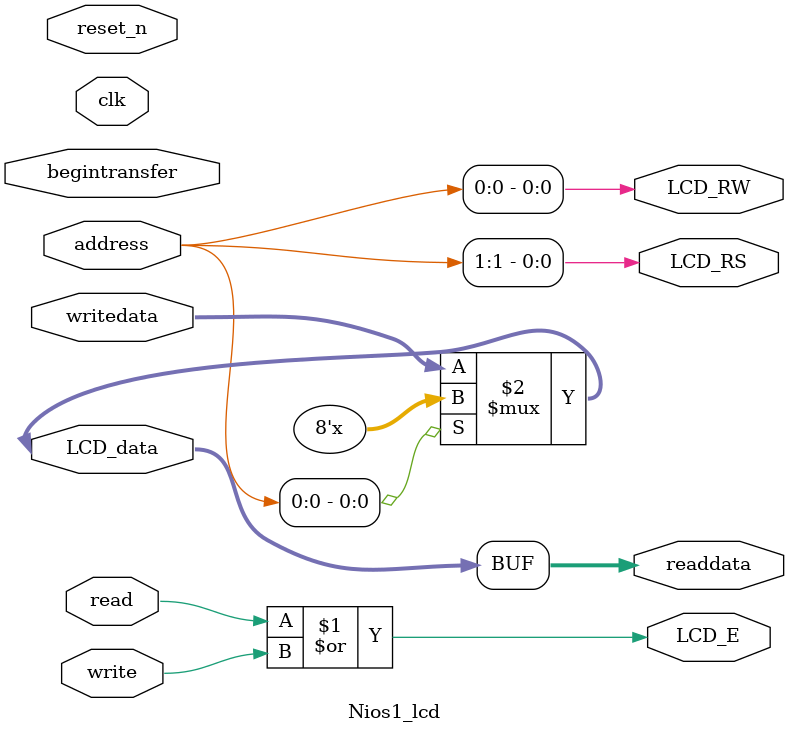
<source format=v>

`timescale 1ns / 1ps
// synthesis translate_on

// turn off superfluous verilog processor warnings 
// altera message_level Level1 
// altera message_off 10034 10035 10036 10037 10230 10240 10030 

module Nios1_lcd (
                   // inputs:
                    address,
                    begintransfer,
                    clk,
                    read,
                    reset_n,
                    write,
                    writedata,

                   // outputs:
                    LCD_E,
                    LCD_RS,
                    LCD_RW,
                    LCD_data,
                    readdata
                 )
;

  output           LCD_E;
  output           LCD_RS;
  output           LCD_RW;
  inout   [  7: 0] LCD_data;
  output  [  7: 0] readdata;
  input   [  1: 0] address;
  input            begintransfer;
  input            clk;
  input            read;
  input            reset_n;
  input            write;
  input   [  7: 0] writedata;

  wire             LCD_E;
  wire             LCD_RS;
  wire             LCD_RW;
  wire    [  7: 0] LCD_data;
  wire    [  7: 0] readdata;
  assign LCD_RW = address[0];
  assign LCD_RS = address[1];
  assign LCD_E = read | write;
  assign LCD_data = (address[0]) ? 8'bz : writedata;
  assign readdata = LCD_data;
  //control_slave, which is an e_avalon_slave

endmodule


</source>
